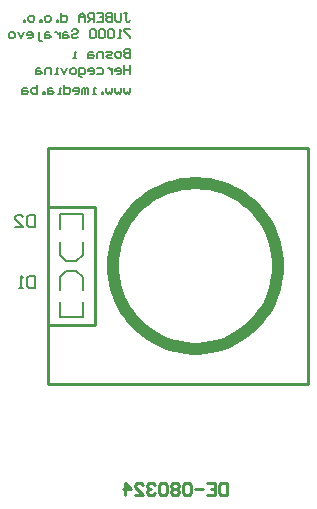
<source format=gbo>
%FSDAX24Y24*%
%MOIN*%
%SFA1B1*%

%IPPOS*%
%ADD29C,0.010000*%
%ADD45C,0.007900*%
%ADD50C,0.005000*%
%ADD81C,0.039400*%
%ADD82C,0.008000*%
%LNde-080324-1*%
%LPD*%
G54D29*
X016102Y017480D02*
Y021417D01*
X014528Y017480D02*
X016102D01*
X014528Y021417D02*
X016102D01*
X023189Y015512D02*
Y023386D01*
X014528Y015512D02*
Y023386D01*
X023189*
X014528Y015512D02*
X023189D01*
X020500Y012200D02*
Y011800D01*
X020300*
X020233Y011867*
Y012133*
X020300Y012200*
X020500*
X019834D02*
X020100D01*
Y011800*
X019834*
X020100Y012000D02*
X019967D01*
X019700D02*
X019434D01*
X019300Y012133D02*
X019234Y012200D01*
X019100*
X019034Y012133*
Y011867*
X019100Y011800*
X019234*
X019300Y011867*
Y012133*
X018901D02*
X018834Y012200D01*
X018701*
X018634Y012133*
Y012067*
X018701Y012000*
X018634Y011933*
Y011867*
X018701Y011800*
X018834*
X018901Y011867*
Y011933*
X018834Y012000*
X018901Y012067*
Y012133*
X018834Y012000D02*
X018701D01*
X018501Y012133D02*
X018434Y012200D01*
X018301*
X018234Y012133*
Y011867*
X018301Y011800*
X018434*
X018501Y011867*
Y012133*
X018101D02*
X018034Y012200D01*
X017901*
X017834Y012133*
Y012067*
X017901Y012000*
X017967*
X017901*
X017834Y011933*
Y011867*
X017901Y011800*
X018034*
X018101Y011867*
X017434Y011800D02*
X017701D01*
X017434Y012067*
Y012133*
X017501Y012200*
X017634*
X017701Y012133*
X017101Y011800D02*
Y012200D01*
X017301Y012000*
X017034*
G54D45*
X014916Y017730D02*
Y018241D01*
X015684Y017730D02*
Y018241D01*
X014916Y017730D02*
X015684D01*
X015123Y019289D02*
X015477D01*
X014916Y018659D02*
Y019092D01*
X015477Y019289D02*
X015684Y019092D01*
X014916D02*
X015123Y019289D01*
X015684Y018659D02*
Y019092D01*
Y020673D02*
Y021185D01*
X014916Y020673D02*
Y021185D01*
X015684*
X015123Y019626D02*
X015477D01*
X015684Y019822D02*
Y020256D01*
X014916Y019822D02*
X015123Y019626D01*
X015477D02*
X015684Y019822D01*
X014916D02*
Y020256D01*
G54D50*
X014100Y019100D02*
Y018700D01*
X013900*
X013833Y018767*
Y019033*
X013900Y019100*
X014100*
X013700Y018700D02*
X013567D01*
X013633*
Y019100*
X013700Y019033*
X014100Y021150D02*
Y020750D01*
X013900*
X013833Y020817*
Y021083*
X013900Y021150*
X014100*
X013434Y020750D02*
X013700D01*
X013434Y021017*
Y021083*
X013500Y021150*
X013633*
X013700Y021083*
G54D81*
X022205Y019449D02*
D01*
X022198Y019641*
X022178Y019832*
X022144Y020022*
X022098Y020208*
X022038Y020391*
X021966Y020569*
X021882Y020742*
X021786Y020909*
X021678Y021068*
X021560Y021220*
X021431Y021363*
X021293Y021497*
X021145Y021620*
X020990Y021733*
X020827Y021835*
X020657Y021926*
X020481Y022004*
X020300Y022070*
X020115Y022123*
X019927Y022163*
X019737Y022189*
X019545Y022203*
X019352*
X019160Y022189*
X018970Y022163*
X018782Y022123*
X018597Y022070*
X018416Y022004*
X018240Y021926*
X018070Y021835*
X017907Y021733*
X017752Y021620*
X017604Y021497*
X017466Y021363*
X017337Y021220*
X017219Y021068*
X017111Y020909*
X017015Y020742*
X016931Y020569*
X016859Y020391*
X016799Y020208*
X016753Y020022*
X016719Y019832*
X016699Y019641*
X016693Y019449*
X016699Y019256*
X016719Y019065*
X016753Y018875*
X016799Y018689*
X016859Y018506*
X016931Y018328*
X017015Y018155*
X017111Y017988*
X017219Y017829*
X017337Y017677*
X017466Y017534*
X017604Y017400*
X017752Y017277*
X017907Y017164*
X018071Y017062*
X018240Y016971*
X018416Y016893*
X018597Y016827*
X018782Y016774*
X018970Y016734*
X019160Y016708*
X019352Y016694*
X019545*
X019737Y016708*
X019927Y016734*
X020115Y016774*
X020300Y016827*
X020481Y016893*
X020657Y016971*
X020827Y017062*
X020990Y017164*
X021145Y017277*
X021293Y017400*
X021431Y017534*
X021560Y017677*
X021678Y017829*
X021786Y017988*
X021882Y018155*
X021966Y018328*
X022038Y018506*
X022098Y018689*
X022144Y018875*
X022178Y019065*
X022198Y019256*
X022205Y019449*
G54D82*
X017070Y027887D02*
X017170D01*
X017120*
Y027637*
X017170Y027587*
X017220*
X017270Y027637*
X016970Y027887D02*
Y027637D01*
X016920Y027587*
X016820*
X016770Y027637*
Y027887*
X016670D02*
Y027587D01*
X016520*
X016470Y027637*
Y027687*
X016520Y027737*
X016670*
X016520*
X016470Y027787*
Y027837*
X016520Y027887*
X016670*
X016170D02*
X016370D01*
Y027587*
X016170*
X016370Y027737D02*
X016270D01*
X016070Y027587D02*
Y027887D01*
X015920*
X015870Y027837*
Y027737*
X015920Y027687*
X016070*
X015970D02*
X015870Y027587D01*
X015770D02*
Y027787D01*
X015671Y027887*
X015571Y027787*
Y027587*
Y027737*
X015770*
X014971Y027887D02*
Y027587D01*
X015121*
X015171Y027637*
Y027737*
X015121Y027787*
X014971*
X014871Y027587D02*
Y027637D01*
X014821*
Y027587*
X014871*
X014571D02*
X014471D01*
X014421Y027637*
Y027737*
X014471Y027787*
X014571*
X014621Y027737*
Y027637*
X014571Y027587*
X014321D02*
Y027637D01*
X014271*
Y027587*
X014321*
X014021D02*
X013921D01*
X013871Y027637*
Y027737*
X013921Y027787*
X014021*
X014071Y027737*
Y027637*
X014021Y027587*
X013771D02*
Y027637D01*
X013721*
Y027587*
X013771*
X017270Y027335D02*
X017070D01*
Y027286*
X017270Y027086*
Y027036*
X016970D02*
X016870D01*
X016920*
Y027335*
X016970Y027286*
X016720D02*
X016670Y027335D01*
X016570*
X016520Y027286*
Y027086*
X016570Y027036*
X016670*
X016720Y027086*
Y027286*
X016420D02*
X016370Y027335D01*
X016270*
X016220Y027286*
Y027086*
X016270Y027036*
X016370*
X016420Y027086*
Y027286*
X016120D02*
X016070Y027335D01*
X015970*
X015920Y027286*
Y027086*
X015970Y027036*
X016070*
X016120Y027086*
Y027286*
X015321D02*
X015371Y027335D01*
X015471*
X015521Y027286*
Y027236*
X015471Y027186*
X015371*
X015321Y027136*
Y027086*
X015371Y027036*
X015471*
X015521Y027086*
X015171Y027236D02*
X015071D01*
X015021Y027186*
Y027036*
X015171*
X015221Y027086*
X015171Y027136*
X015021*
X014921Y027236D02*
Y027036D01*
Y027136*
X014871Y027186*
X014821Y027236*
X014771*
X014571D02*
X014471D01*
X014421Y027186*
Y027036*
X014571*
X014621Y027086*
X014571Y027136*
X014421*
X014321Y026936D02*
X014271D01*
X014221Y026986*
Y027236*
X013871Y027036D02*
X013971D01*
X014021Y027086*
Y027186*
X013971Y027236*
X013871*
X013821Y027186*
Y027136*
X014021*
X013721Y027236D02*
X013621Y027036D01*
X013521Y027236*
X013371Y027036D02*
X013271D01*
X013221Y027086*
Y027186*
X013271Y027236*
X013371*
X013421Y027186*
Y027086*
X013371Y027036*
X017270Y026684D02*
Y026384D01*
X017120*
X017070Y026434*
Y026484*
X017120Y026534*
X017270*
X017120*
X017070Y026584*
Y026634*
X017120Y026684*
X017270*
X016920Y026384D02*
X016820D01*
X016770Y026434*
Y026534*
X016820Y026584*
X016920*
X016970Y026534*
Y026434*
X016920Y026384*
X016670D02*
X016520D01*
X016470Y026434*
X016520Y026484*
X016620*
X016670Y026534*
X016620Y026584*
X016470*
X016370Y026384D02*
Y026584D01*
X016220*
X016170Y026534*
Y026384*
X016020Y026584D02*
X015920D01*
X015870Y026534*
Y026384*
X016020*
X016070Y026434*
X016020Y026484*
X015870*
X015471Y026384D02*
X015371D01*
X015421*
Y026584*
X015471*
X017270Y026132D02*
Y025832D01*
Y025982*
X017070*
Y026132*
Y025832*
X016820D02*
X016920D01*
X016970Y025882*
Y025982*
X016920Y026032*
X016820*
X016770Y025982*
Y025932*
X016970*
X016670Y026032D02*
Y025832D01*
Y025932*
X016620Y025982*
X016570Y026032*
X016520*
X016170D02*
X016320D01*
X016370Y025982*
Y025882*
X016320Y025832*
X016170*
X015920D02*
X016020D01*
X016070Y025882*
Y025982*
X016020Y026032*
X015920*
X015870Y025982*
Y025932*
X016070*
X015671Y025732D02*
X015621D01*
X015571Y025782*
Y026032*
X015720*
X015770Y025982*
Y025882*
X015720Y025832*
X015571*
X015421D02*
X015321D01*
X015271Y025882*
Y025982*
X015321Y026032*
X015421*
X015471Y025982*
Y025882*
X015421Y025832*
X015171Y026032D02*
X015071Y025832D01*
X014971Y026032*
X014871Y025832D02*
X014771D01*
X014821*
Y026032*
X014871*
X014621Y025832D02*
Y026032D01*
X014471*
X014421Y025982*
Y025832*
X014271Y026032D02*
X014171D01*
X014121Y025982*
Y025832*
X014271*
X014321Y025882*
X014271Y025932*
X014121*
X017270Y025380D02*
Y025230D01*
X017220Y025180*
X017170Y025230*
X017120Y025180*
X017070Y025230*
Y025380*
X016970D02*
Y025230D01*
X016920Y025180*
X016870Y025230*
X016820Y025180*
X016770Y025230*
Y025380*
X016670D02*
Y025230D01*
X016620Y025180*
X016570Y025230*
X016520Y025180*
X016470Y025230*
Y025380*
X016370Y025180D02*
Y025230D01*
X016320*
Y025180*
X016370*
X016120D02*
X016020D01*
X016070*
Y025380*
X016120*
X015870Y025180D02*
Y025380D01*
X015820*
X015770Y025330*
Y025180*
Y025330*
X015720Y025380*
X015671Y025330*
Y025180*
X015421D02*
X015521D01*
X015571Y025230*
Y025330*
X015521Y025380*
X015421*
X015371Y025330*
Y025280*
X015571*
X015071Y025480D02*
Y025180D01*
X015221*
X015271Y025230*
Y025330*
X015221Y025380*
X015071*
X014971Y025180D02*
X014871D01*
X014921*
Y025380*
X014971*
X014671D02*
X014571D01*
X014521Y025330*
Y025180*
X014671*
X014721Y025230*
X014671Y025280*
X014521*
X014421Y025180D02*
Y025230D01*
X014371*
Y025180*
X014421*
X014171Y025480D02*
Y025180D01*
X014021*
X013971Y025230*
Y025280*
Y025330*
X014021Y025380*
X014171*
X013821D02*
X013721D01*
X013671Y025330*
Y025180*
X013821*
X013871Y025230*
X013821Y025280*
X013671*
M02*
</source>
